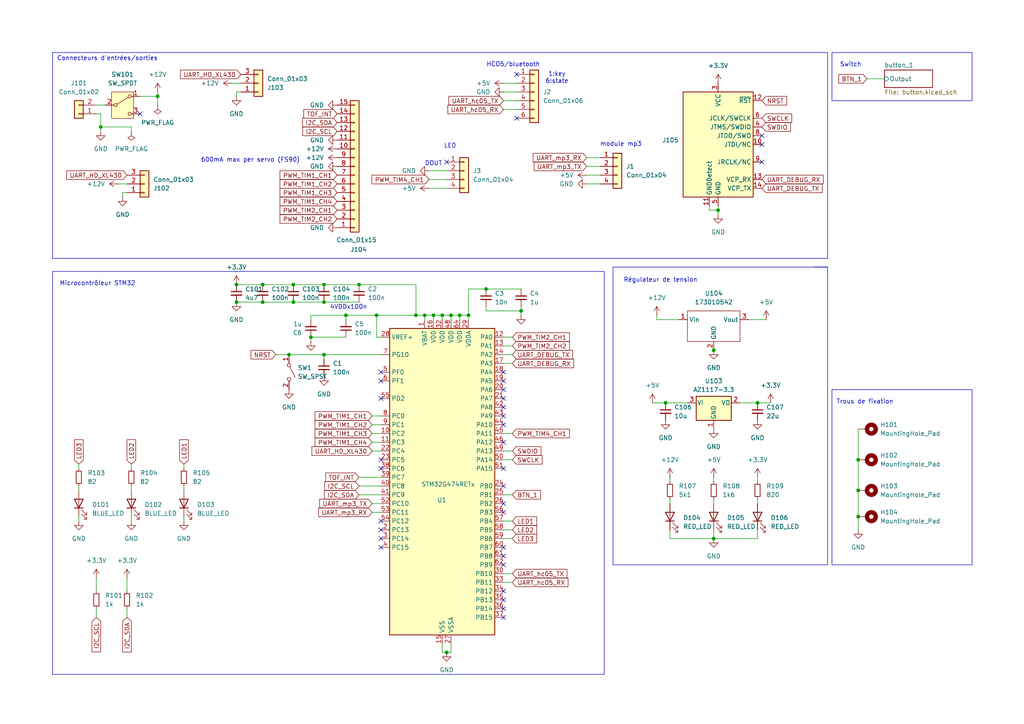
<source format=kicad_sch>
(kicad_sch (version 20231120) (generator "eeschema") (generator_version "8.0")
  (paper "A4")
  (title_block (title "Projet Corps") (date "2024-03-07") (rev "1.0") (company "ENSEA"))
  (junction (at 83.82 102.87))
  (junction (at 123.19 91.44))
  (junction (at 193.04 116.84))
  (junction (at 207.01 101.6))
  (junction (at 140.97 83.82))
  (junction (at 135.89 91.44))
  (junction (at 128.27 91.44))
  (junction (at 248.92 142.24))
  (junction (at 208.28 60.96))
  (junction (at 68.58 82.55))
  (junction (at 109.22 91.44))
  (junction (at 129.54 189.23))
  (junction (at 120.65 91.44))
  (junction (at 125.73 91.44))
  (junction (at 130.81 91.44))
  (junction (at 93.98 87.63))
  (junction (at 85.09 82.55))
  (junction (at 219.71 116.84))
  (junction (at 76.2 82.55))
  (junction (at 104.14 82.55))
  (junction (at 207.01 156.21))
  (junction (at 248.92 133.35))
  (junction (at 93.98 82.55))
  (junction (at 85.09 87.63))
  (junction (at 90.17 97.79))
  (junction (at 68.58 87.63))
  (junction (at 93.98 102.87))
  (junction (at 45.72 27.94))
  (junction (at 100.33 91.44))
  (junction (at 133.35 91.44))
  (junction (at 151.13 90.17))
  (junction (at 76.2 87.63))
  (junction (at 29.21 36.83))
  (junction (at 248.92 149.86))
  (no_connect (at 149.86 34.29))
  (no_connect (at 110.49 107.95))
  (no_connect (at 146.05 115.57))
  (no_connect (at 146.05 179.07))
  (no_connect (at 110.49 110.49))
  (no_connect (at 146.05 113.03))
  (no_connect (at 146.05 120.65))
  (no_connect (at 220.98 46.99))
  (no_connect (at 146.05 163.83))
  (no_connect (at 149.86 21.59))
  (no_connect (at 129.54 46.99))
  (no_connect (at 110.49 153.67))
  (no_connect (at 146.05 118.11))
  (no_connect (at 40.64 33.02))
  (no_connect (at 146.05 158.75))
  (no_connect (at 110.49 151.13))
  (no_connect (at 220.98 39.37))
  (no_connect (at 146.05 135.89))
  (no_connect (at 110.49 133.35))
  (no_connect (at 146.05 148.59))
  (no_connect (at 146.05 171.45))
  (no_connect (at 110.49 115.57))
  (no_connect (at 110.49 158.75))
  (no_connect (at 146.05 146.05))
  (no_connect (at 146.05 140.97))
  (no_connect (at 110.49 156.21))
  (no_connect (at 146.05 176.53))
  (no_connect (at 146.05 123.19))
  (no_connect (at 220.98 41.91))
  (no_connect (at 146.05 107.95))
  (no_connect (at 110.49 135.89))
  (no_connect (at 146.05 128.27))
  (no_connect (at 146.05 173.99))
  (no_connect (at 146.05 110.49))
  (no_connect (at 146.05 161.29))
  (wire (pts (xy 207.01 156.21) (xy 219.71 156.21)))
  (wire (pts (xy 130.81 189.23) (xy 129.54 189.23)))
  (wire (pts (xy 53.34 149.86) (xy 53.34 151.13)))
  (wire (pts (xy 34.29 53.34) (xy 36.83 53.34)))
  (wire (pts (xy 107.95 146.05) (xy 110.49 146.05)))
  (wire (pts (xy 219.71 116.84) (xy 223.52 116.84)))
  (wire (pts (xy 207.01 153.67) (xy 207.01 156.21)))
  (wire (pts (xy 93.98 102.87) (xy 93.98 104.14)))
  (wire (pts (xy 107.95 125.73) (xy 110.49 125.73)))
  (wire (pts (xy 67.31 24.13) (xy 69.85 24.13)))
  (wire (pts (xy 207.01 144.78) (xy 207.01 146.05)))
  (wire (pts (xy 146.05 105.41) (xy 148.59 105.41)))
  (polyline (pts (xy 15.24 74.93) (xy 240.03 74.93)))
  (wire (pts (xy 107.95 120.65) (xy 110.49 120.65)))
  (wire (pts (xy 128.27 91.44) (xy 130.81 91.44)))
  (wire (pts (xy 90.17 97.79) (xy 100.33 97.79)))
  (wire (pts (xy 128.27 91.44) (xy 128.27 92.71)))
  (wire (pts (xy 248.92 149.86) (xy 248.92 153.67)))
  (wire (pts (xy 53.34 134.62) (xy 53.34 135.89)))
  (polyline (pts (xy 240.03 15.24) (xy 15.24 15.24)))
  (wire (pts (xy 120.65 82.55) (xy 120.65 91.44)))
  (polyline (pts (xy 240.03 74.93) (xy 240.03 15.24)))
  (wire (pts (xy 146.05 24.13) (xy 149.86 24.13)))
  (wire (pts (xy 109.22 97.79) (xy 109.22 91.44)))
  (wire (pts (xy 76.2 87.63) (xy 85.09 87.63)))
  (polyline (pts (xy 240.03 163.83) (xy 240.03 77.47)))
  (wire (pts (xy 27.94 33.02) (xy 29.21 33.02)))
  (wire (pts (xy 22.86 140.97) (xy 22.86 142.24)))
  (polyline (pts (xy 177.8 163.83) (xy 240.03 163.83)))
  (wire (pts (xy 80.01 102.87) (xy 83.82 102.87)))
  (wire (pts (xy 170.18 53.34) (xy 173.99 53.34)))
  (wire (pts (xy 68.58 87.63) (xy 76.2 87.63)))
  (wire (pts (xy 146.05 102.87) (xy 148.59 102.87)))
  (wire (pts (xy 107.95 123.19) (xy 110.49 123.19)))
  (wire (pts (xy 93.98 102.87) (xy 110.49 102.87)))
  (wire (pts (xy 146.05 156.21) (xy 148.59 156.21)))
  (wire (pts (xy 251.46 22.86) (xy 256.54 22.86)))
  (wire (pts (xy 109.22 91.44) (xy 120.65 91.44)))
  (wire (pts (xy 109.22 91.44) (xy 100.33 91.44)))
  (wire (pts (xy 151.13 88.9) (xy 151.13 90.17)))
  (wire (pts (xy 133.35 92.71) (xy 133.35 91.44)))
  (wire (pts (xy 205.74 60.96) (xy 208.28 60.96)))
  (wire (pts (xy 248.92 124.46) (xy 248.92 133.35)))
  (wire (pts (xy 190.5 92.71) (xy 196.85 92.71)))
  (wire (pts (xy 219.71 153.67) (xy 219.71 156.21)))
  (wire (pts (xy 135.89 91.44) (xy 133.35 91.44)))
  (wire (pts (xy 107.95 148.59) (xy 110.49 148.59)))
  (wire (pts (xy 133.35 91.44) (xy 130.81 91.44)))
  (polyline (pts (xy 240.03 77.47) (xy 177.8 77.47)))
  (wire (pts (xy 83.82 102.87) (xy 93.98 102.87)))
  (wire (pts (xy 146.05 97.79) (xy 148.59 97.79)))
  (wire (pts (xy 123.19 92.71) (xy 123.19 91.44)))
  (wire (pts (xy 109.22 97.79) (xy 110.49 97.79)))
  (wire (pts (xy 146.05 153.67) (xy 148.59 153.67)))
  (wire (pts (xy 85.09 87.63) (xy 93.98 87.63)))
  (wire (pts (xy 104.14 138.43) (xy 110.49 138.43)))
  (wire (pts (xy 135.89 83.82) (xy 135.89 91.44)))
  (wire (pts (xy 170.18 48.26) (xy 173.99 48.26)))
  (wire (pts (xy 146.05 125.73) (xy 148.59 125.73)))
  (wire (pts (xy 146.05 133.35) (xy 148.59 133.35)))
  (wire (pts (xy 90.17 91.44) (xy 90.17 92.71)))
  (wire (pts (xy 104.14 143.51) (xy 110.49 143.51)))
  (wire (pts (xy 27.94 30.48) (xy 30.48 30.48)))
  (polyline (pts (xy 15.24 78.74) (xy 15.24 195.58)))
  (wire (pts (xy 93.98 82.55) (xy 104.14 82.55)))
  (wire (pts (xy 104.14 140.97) (xy 110.49 140.97)))
  (wire (pts (xy 128.27 91.44) (xy 125.73 91.44)))
  (wire (pts (xy 90.17 97.79) (xy 90.17 99.06)))
  (wire (pts (xy 151.13 90.17) (xy 151.13 91.44)))
  (wire (pts (xy 208.28 59.69) (xy 208.28 60.96)))
  (wire (pts (xy 40.64 27.94) (xy 45.72 27.94)))
  (wire (pts (xy 194.31 144.78) (xy 194.31 146.05)))
  (wire (pts (xy 194.31 156.21) (xy 194.31 153.67)))
  (wire (pts (xy 107.95 130.81) (xy 110.49 130.81)))
  (wire (pts (xy 207.01 138.43) (xy 207.01 139.7)))
  (wire (pts (xy 189.23 116.84) (xy 193.04 116.84)))
  (wire (pts (xy 135.89 92.71) (xy 135.89 91.44)))
  (wire (pts (xy 124.46 52.07) (xy 129.54 52.07)))
  (wire (pts (xy 146.05 29.21) (xy 149.86 29.21)))
  (wire (pts (xy 36.83 167.64) (xy 36.83 171.45)))
  (wire (pts (xy 68.58 26.67) (xy 68.58 27.94)))
  (polyline (pts (xy 15.24 195.58) (xy 175.26 195.58)))
  (wire (pts (xy 219.71 138.43) (xy 219.71 139.7)))
  (wire (pts (xy 36.83 55.88) (xy 35.56 55.88)))
  (wire (pts (xy 124.46 54.61) (xy 129.54 54.61)))
  (wire (pts (xy 170.18 45.72) (xy 173.99 45.72)))
  (wire (pts (xy 120.65 91.44) (xy 123.19 91.44)))
  (wire (pts (xy 146.05 166.37) (xy 148.59 166.37)))
  (wire (pts (xy 104.14 82.55) (xy 120.65 82.55)))
  (wire (pts (xy 68.58 82.55) (xy 76.2 82.55)))
  (polyline (pts (xy 175.26 195.58) (xy 175.26 78.74)))
  (wire (pts (xy 22.86 134.62) (xy 22.86 135.89)))
  (wire (pts (xy 140.97 90.17) (xy 140.97 88.9)))
  (wire (pts (xy 190.5 91.44) (xy 190.5 92.71)))
  (polyline (pts (xy 241.3 113.03) (xy 281.94 113.03)))
  (wire (pts (xy 219.71 144.78) (xy 219.71 146.05)))
  (wire (pts (xy 130.81 91.44) (xy 130.81 92.71)))
  (wire (pts (xy 146.05 143.51) (xy 148.59 143.51)))
  (wire (pts (xy 93.98 87.63) (xy 104.14 87.63)))
  (polyline (pts (xy 236.22 77.47) (xy 240.03 77.47)))
  (wire (pts (xy 124.46 49.53) (xy 129.54 49.53)))
  (polyline (pts (xy 241.3 113.03) (xy 241.3 163.83)))
  (wire (pts (xy 100.33 91.44) (xy 100.33 92.71)))
  (wire (pts (xy 248.92 142.24) (xy 248.92 149.86)))
  (wire (pts (xy 140.97 83.82) (xy 151.13 83.82)))
  (wire (pts (xy 207.01 156.21) (xy 194.31 156.21)))
  (wire (pts (xy 38.1 140.97) (xy 38.1 142.24)))
  (wire (pts (xy 123.19 91.44) (xy 125.73 91.44)))
  (wire (pts (xy 140.97 83.82) (xy 135.89 83.82)))
  (wire (pts (xy 146.05 26.67) (xy 149.86 26.67)))
  (wire (pts (xy 217.17 92.71) (xy 222.25 92.71)))
  (wire (pts (xy 35.56 55.88) (xy 35.56 57.15)))
  (wire (pts (xy 38.1 38.1) (xy 38.1 36.83)))
  (wire (pts (xy 100.33 91.44) (xy 90.17 91.44)))
  (wire (pts (xy 170.18 50.8) (xy 173.99 50.8)))
  (wire (pts (xy 128.27 186.69) (xy 128.27 189.23)))
  (wire (pts (xy 146.05 151.13) (xy 148.59 151.13)))
  (wire (pts (xy 146.05 31.75) (xy 149.86 31.75)))
  (wire (pts (xy 29.21 36.83) (xy 38.1 36.83)))
  (wire (pts (xy 205.74 59.69) (xy 205.74 60.96)))
  (wire (pts (xy 85.09 82.55) (xy 93.98 82.55)))
  (wire (pts (xy 146.05 130.81) (xy 148.59 130.81)))
  (wire (pts (xy 69.85 26.67) (xy 68.58 26.67)))
  (wire (pts (xy 248.92 133.35) (xy 248.92 142.24)))
  (wire (pts (xy 27.94 167.64) (xy 27.94 171.45)))
  (polyline (pts (xy 281.94 163.83) (xy 281.94 113.03)))
  (wire (pts (xy 45.72 26.67) (xy 45.72 27.94)))
  (wire (pts (xy 45.72 27.94) (xy 45.72 30.48)))
  (wire (pts (xy 27.94 176.53) (xy 27.94 179.07)))
  (polyline (pts (xy 177.8 77.47) (xy 177.8 163.83)))
  (wire (pts (xy 193.04 116.84) (xy 199.39 116.84)))
  (polyline (pts (xy 241.3 163.83) (xy 281.94 163.83)))
  (wire (pts (xy 151.13 90.17) (xy 140.97 90.17)))
  (wire (pts (xy 53.34 140.97) (xy 53.34 142.24)))
  (wire (pts (xy 38.1 149.86) (xy 38.1 151.13)))
  (polyline (pts (xy 15.24 15.24) (xy 15.24 74.93)))
  (wire (pts (xy 130.81 186.69) (xy 130.81 189.23)))
  (wire (pts (xy 207.01 101.6) (xy 207.01 102.87)))
  (wire (pts (xy 29.21 36.83) (xy 29.21 38.1)))
  (wire (pts (xy 76.2 82.55) (xy 85.09 82.55)))
  (wire (pts (xy 107.95 128.27) (xy 110.49 128.27)))
  (wire (pts (xy 194.31 138.43) (xy 194.31 139.7)))
  (wire (pts (xy 214.63 116.84) (xy 219.71 116.84)))
  (wire (pts (xy 38.1 134.62) (xy 38.1 135.89)))
  (wire (pts (xy 146.05 100.33) (xy 148.59 100.33)))
  (wire (pts (xy 36.83 176.53) (xy 36.83 179.07)))
  (wire (pts (xy 128.27 189.23) (xy 129.54 189.23)))
  (polyline (pts (xy 15.24 78.74) (xy 175.26 78.74)))
  (wire (pts (xy 125.73 91.44) (xy 125.73 92.71)))
  (wire (pts (xy 29.21 33.02) (xy 29.21 36.83)))
  (wire (pts (xy 208.28 60.96) (xy 208.28 62.23)))
  (wire (pts (xy 146.05 168.91) (xy 148.59 168.91)))
  (wire (pts (xy 22.86 149.86) (xy 22.86 151.13)))
  (rectangle (start 241.3 15.24) (end 281.94 29.21))
  (text "HCO5/bluetooth\n" (at 148.844 18.796 0) (effects (font (size 1.27 1.27))))
  (text "600mA max per servo (FS90)" (at 72.644 46.482 0) (effects (font (size 1.27 1.27))))
  (text "module mp3\n\n\n\n" (at 180.086 44.958 0) (effects (font (size 1.27 1.27))))
  (text "Microcontrôleur STM32" (at 17.272 83.058 0) (effects (font (size 1.27 1.27)) (justify left bottom)))
  (text "Switch\n" (at 243.586 19.558 0) (effects (font (size 1.27 1.27)) (justify left bottom)))
  (text "Connecteurs d'entrées/sorties" (at 16.51 17.78 0) (effects (font (size 1.27 1.27)) (justify left bottom)))
  (text "Trous de fixation" (at 242.57 117.348 0) (effects (font (size 1.27 1.27)) (justify left bottom)))
  (text "1:key\n6:state\n" (at 161.544 22.606 0) (effects (font (size 1.27 1.27))))
  (text "LED\n" (at 130.556 42.418 0) (effects (font (size 1.27 1.27))))
  (text "4VDDx100n" (at 101.092 89.154 0) (effects (font (size 1.27 1.27))))
  (text "Régulateur de tension\n" (at 180.848 82.042 0) (effects (font (size 1.27 1.27)) (justify left bottom)))
  (text "DOUT" (at 125.73 47.498 0) (effects (font (size 1.27 1.27))))
  (global_label "UART_HD_XL430" (shape input) (at 69.85 21.59 180) (property "Intersheetrefs" "${INTERSHEET_REFS}" (effects (hide yes))))
  (global_label "PWM_TIM1_CH2" (shape input) (at 97.79 53.34 180) (property "Intersheetrefs" "${INTERSHEET_REFS}" (effects (hide yes))))
  (global_label "I2C_SDA" (shape input) (at 104.14 143.51 180) (property "Intersheetrefs" "${INTERSHEET_REFS}" (effects (hide yes))))
  (global_label "NRST" (shape input) (at 220.98 29.21 0) (property "Intersheetrefs" "${INTERSHEET_REFS}" (effects (hide yes))))
  (global_label "LED1" (shape input) (at 53.34 134.62 90) (property "Intersheetrefs" "${INTERSHEET_REFS}" (effects (hide yes))))
  (global_label "SWCLK" (shape input) (at 148.59 133.35 0) (property "Intersheetrefs" "${INTERSHEET_REFS}" (effects (hide yes))))
  (global_label "UART_hc05_TX" (shape input) (at 146.05 29.21 180) (property "Intersheetrefs" "${INTERSHEET_REFS}" (effects (hide yes))))
  (global_label "UART_mp3_RX" (shape input) (at 107.95 148.59 180) (property "Intersheetrefs" "${INTERSHEET_REFS}" (effects (hide yes))))
  (global_label "I2C_SCL" (shape input) (at 104.14 140.97 180) (property "Intersheetrefs" "${INTERSHEET_REFS}" (effects (hide yes))))
  (global_label "UART_mp3_RX" (shape input) (at 170.18 45.72 180) (property "Intersheetrefs" "${INTERSHEET_REFS}" (effects (hide yes))))
  (global_label "TOF_INT" (shape input) (at 104.14 138.43 180) (property "Intersheetrefs" "${INTERSHEET_REFS}" (effects (hide yes))))
  (global_label "BTN_1" (shape input) (at 148.59 143.51 0) (property "Intersheetrefs" "${INTERSHEET_REFS}" (effects (hide yes))))
  (global_label "SWCLK" (shape input) (at 220.98 34.29 0) (property "Intersheetrefs" "${INTERSHEET_REFS}" (effects (hide yes))))
  (global_label "UART_hc05_TX" (shape input) (at 148.59 166.37 0) (property "Intersheetrefs" "${INTERSHEET_REFS}" (effects (hide yes))))
  (global_label "PWM_TIM1_CH3" (shape input) (at 107.95 125.73 180) (property "Intersheetrefs" "${INTERSHEET_REFS}" (effects (hide yes))))
  (global_label "PWM_TIM2_CH2" (shape input) (at 148.59 100.33 0) (property "Intersheetrefs" "${INTERSHEET_REFS}" (effects (hide yes))))
  (global_label "PWM_TIM1_CH2" (shape input) (at 107.95 123.19 180) (property "Intersheetrefs" "${INTERSHEET_REFS}" (effects (hide yes))))
  (global_label "TOF_INT" (shape input) (at 97.79 33.02 180) (property "Intersheetrefs" "${INTERSHEET_REFS}" (effects (hide yes))))
  (global_label "PWM_TIM1_CH4" (shape input) (at 107.95 128.27 180) (property "Intersheetrefs" "${INTERSHEET_REFS}" (effects (hide yes))))
  (global_label "BTN_1" (shape input) (at 251.46 22.86 180) (property "Intersheetrefs" "${INTERSHEET_REFS}" (effects (hide yes))))
  (global_label "LED3" (shape input) (at 22.86 134.62 90) (property "Intersheetrefs" "${INTERSHEET_REFS}" (effects (hide yes))))
  (global_label "NRST" (shape input) (at 80.01 102.87 180) (property "Intersheetrefs" "${INTERSHEET_REFS}" (effects (hide yes))))
  (global_label "PWM_TIM1_CH1" (shape input) (at 97.79 50.8 180) (property "Intersheetrefs" "${INTERSHEET_REFS}" (effects (hide yes))))
  (global_label "UART_HD_XL430" (shape input) (at 107.95 130.81 180) (property "Intersheetrefs" "${INTERSHEET_REFS}" (effects (hide yes))))
  (global_label "SWDIO" (shape input) (at 220.98 36.83 0) (property "Intersheetrefs" "${INTERSHEET_REFS}" (effects (hide yes))))
  (global_label "I2C_SDA" (shape input) (at 36.83 179.07 270) (property "Intersheetrefs" "${INTERSHEET_REFS}" (effects (hide yes))))
  (global_label "I2C_SDA" (shape input) (at 97.79 35.56 180) (property "Intersheetrefs" "${INTERSHEET_REFS}" (effects (hide yes))))
  (global_label "PWM_TIM1_CH1" (shape input) (at 107.95 120.65 180) (property "Intersheetrefs" "${INTERSHEET_REFS}" (effects (hide yes))))
  (global_label "UART_hc05_RX" (shape input) (at 148.59 168.91 0) (property "Intersheetrefs" "${INTERSHEET_REFS}" (effects (hide yes))))
  (global_label "LED2" (shape input) (at 148.59 153.67 0) (property "Intersheetrefs" "${INTERSHEET_REFS}" (effects (hide yes))))
  (global_label "UART_DEBUG_RX" (shape input) (at 220.98 52.07 0) (property "Intersheetrefs" "${INTERSHEET_REFS}" (effects (hide yes))))
  (global_label "LED1" (shape input) (at 148.59 151.13 0) (property "Intersheetrefs" "${INTERSHEET_REFS}" (effects (hide yes))))
  (global_label "LED2" (shape input) (at 38.1 134.62 90) (property "Intersheetrefs" "${INTERSHEET_REFS}" (effects (hide yes))))
  (global_label "UART_HD_XL430" (shape input) (at 36.83 50.8 180) (property "Intersheetrefs" "${INTERSHEET_REFS}" (effects (hide yes))))
  (global_label "I2C_SCL" (shape input) (at 97.79 38.1 180) (property "Intersheetrefs" "${INTERSHEET_REFS}" (effects (hide yes))))
  (global_label "PWM_TIM1_CH3" (shape input) (at 97.79 55.88 180) (property "Intersheetrefs" "${INTERSHEET_REFS}" (effects (hide yes))))
  (global_label "PWM_TIM2_CH1" (shape input) (at 97.79 60.96 180) (property "Intersheetrefs" "${INTERSHEET_REFS}" (effects (hide yes))))
  (global_label "PWM_TIM4_CH1" (shape input) (at 124.46 52.07 180) (property "Intersheetrefs" "${INTERSHEET_REFS}" (effects (hide yes))))
  (global_label "UART_mp3_TX" (shape input) (at 107.95 146.05 180) (property "Intersheetrefs" "${INTERSHEET_REFS}" (effects (hide yes))))
  (global_label "UART_DEBUG_TX" (shape input) (at 220.98 54.61 0) (property "Intersheetrefs" "${INTERSHEET_REFS}" (effects (hide yes))))
  (global_label "PWM_TIM1_CH4" (shape input) (at 97.79 58.42 180) (property "Intersheetrefs" "${INTERSHEET_REFS}" (effects (hide yes))))
  (global_label "SWDIO" (shape input) (at 148.59 130.81 0) (property "Intersheetrefs" "${INTERSHEET_REFS}" (effects (hide yes))))
  (global_label "UART_DEBUG_TX" (shape input) (at 148.59 102.87 0) (property "Intersheetrefs" "${INTERSHEET_REFS}" (effects (hide yes))))
  (global_label "PWM_TIM2_CH1" (shape input) (at 148.59 97.79 0) (property "Intersheetrefs" "${INTERSHEET_REFS}" (effects (hide yes))))
  (global_label "LED3" (shape input) (at 148.59 156.21 0) (property "Intersheetrefs" "${INTERSHEET_REFS}" (effects (hide yes))))
  (global_label "PWM_TIM4_CH1" (shape input) (at 148.59 125.73 0) (property "Intersheetrefs" "${INTERSHEET_REFS}" (effects (hide yes))))
  (global_label "UART_mp3_TX" (shape input) (at 170.18 48.26 180) (property "Intersheetrefs" "${INTERSHEET_REFS}" (effects (hide yes))))
  (global_label "UART_hc05_RX" (shape input) (at 146.05 31.75 180) (property "Intersheetrefs" "${INTERSHEET_REFS}" (effects (hide yes))))
  (global_label "I2C_SCL" (shape input) (at 27.94 179.07 270) (property "Intersheetrefs" "${INTERSHEET_REFS}" (effects (hide yes))))
  (global_label "PWM_TIM2_CH2" (shape input) (at 97.79 63.5 180) (property "Intersheetrefs" "${INTERSHEET_REFS}" (effects (hide yes))))
  (global_label "UART_DEBUG_RX" (shape input) (at 148.59 105.41 0) (property "Intersheetrefs" "${INTERSHEET_REFS}" (effects (hide yes))))
  (symbol (lib_id "Device:C_Small") (at 219.71 119.38 0) (unit 1)
    (property "Reference" "C107" (at 222.25 118.1163 0) (effects (justify left)))
    (property "Value" "22u" (at 222.25 120.6563 0) (effects (justify left)))
    (property "Footprint" "Capacitor_SMD:C_Elec_5x5.4" (effects (hide yes)))
  )
  (symbol (lib_id "power:+3.3V") (at 36.83 167.64 0) (unit 1)
    (property "Reference" "#PWR0105" (effects (hide yes)))
    (property "Value" "+3.3V" (at 36.83 162.56 0))
  )
  (symbol (lib_name "GND_1") (lib_id "power:GND") (at 97.79 40.64 270) (unit 1)
    (property "Reference" "#PWR0115" (effects (hide yes)))
    (property "Value" "GND" (at 93.98 40.6399 90) (effects (justify right)))
    (property "Description" "Power symbol creates a global label with name \"GND\" , ground" (effects (hide yes)))
  )
  (symbol (lib_id "Connector_Generic:Conn_01x15") (at 102.87 48.26 0) (mirror x) (unit 1)
    (property "Reference" "J104" (at 101.6 72.39 0) (effects (justify left)))
    (property "Value" "Conn_01x15" (at 97.536 69.596 0) (effects (justify left)))
    (property "Footprint" "libs:CONN15_31321_WRE" (effects (hide yes)))
    (property "Datasheet" "https://www.we-online.com/components/products/datasheet/618015231421.pdf" (effects (hide yes)))
    (property "Description" "Generic connector, single row, 01x15, script generated (kicad-library-utils/schlib/autogen/connector/)" (effects (hide yes)))
    (property "MPN" "618015231421" (effects (hide yes)))
  )
  (symbol (lib_id "Device:R_Small") (at 53.34 138.43 0) (unit 1)
    (property "Reference" "R105" (at 55.88 137.1599 0) (effects (justify left)))
    (property "Value" "82" (at 55.88 139.6999 0) (effects (justify left)))
    (property "Footprint" "Resistor_SMD:R_0402_1005Metric" (effects (hide yes)))
    (property "Description" "Resistor, small symbol" (effects (hide yes)))
  )
  (symbol (lib_id "Device:R_Small") (at 194.31 142.24 0) (unit 1)
    (property "Reference" "R107" (at 196.85 140.9699 0) (effects (justify left)))
    (property "Value" "5k1" (at 196.85 143.5099 0) (effects (justify left)))
    (property "Footprint" "Resistor_SMD:R_0402_1005Metric" (effects (hide yes)))
    (property "Description" "Resistor, small symbol" (effects (hide yes)))
  )
  (symbol (lib_id "Device:R_Small") (at 219.71 142.24 0) (unit 1)
    (property "Reference" "R109" (at 222.25 140.9699 0) (effects (justify left)))
    (property "Value" "820" (at 222.25 143.5099 0) (effects (justify left)))
    (property "Footprint" "Resistor_SMD:R_0402_1005Metric" (effects (hide yes)))
    (property "Description" "Resistor, small symbol" (effects (hide yes)))
  )
  (symbol (lib_id "Connector_Generic:Conn_01x03") (at 74.93 24.13 0) (mirror x) (unit 1)
    (property "Reference" "J103" (at 77.47 25.4001 0) (effects (justify left)))
    (property "Value" "Conn_01x03" (at 77.47 22.8601 0) (effects (justify left)))
    (property "Footprint" "Connector_JST:JST_EH_B3B-EH-A_1x03_P2.50mm_Vertical" (effects (hide yes)))
    (property "Description" "Generic connector, single row, 01x03, script generated (kicad-library-utils/schlib/autogen/connector/)" (effects (hide yes)))
  )
  (symbol (lib_name "GND_4") (lib_id "power:GND") (at 170.18 53.34 270) (unit 1)
    (property "Reference" "#PWR06" (effects (hide yes)))
    (property "Value" "GND" (at 166.37 53.3399 90) (effects (justify right)))
    (property "Description" "Power symbol creates a global label with name \"GND\" , ground" (effects (hide yes)))
  )
  (symbol (lib_id "power:+12V") (at 97.79 43.18 90) (unit 1)
    (property "Reference" "#PWR0116" (effects (hide yes)))
    (property "Value" "+12V" (at 93.98 43.1799 90) (effects (justify left)))
    (property "Description" "Power symbol creates a global label with name \"+12V\"" (effects (hide yes)))
  )
  (symbol (lib_id "power:GND") (at 208.28 62.23 0) (unit 1)
    (property "Reference" "#PWR0125" (effects (hide yes)))
    (property "Value" "GND" (at 208.28 67.31 0))
  )
  (symbol (lib_id "Mechanical:MountingHole_Pad") (at 251.46 124.46 270) (unit 1)
    (property "Reference" "H101" (at 255.27 123.19 90) (effects (justify left)))
    (property "Value" "MountingHole_Pad" (at 255.27 125.73 90) (effects (justify left)))
    (property "Footprint" "MountingHole:MountingHole_3.2mm_M3_Pad_Via" (effects (hide yes)))
  )
  (symbol (lib_id "Connector_Generic:Conn_01x06") (at 154.94 26.67 0) (unit 1)
    (property "Reference" "J2" (at 157.48 26.6699 0) (effects (justify left)))
    (property "Value" "Conn_01x06" (at 157.48 29.2099 0) (effects (justify left)))
    (property "Footprint" "Connector_JST:JST_EH_B6B-EH-A_1x06_P2.50mm_Vertical" (effects (hide yes)))
    (property "Description" "Generic connector, single row, 01x06, script generated (kicad-library-utils/schlib/autogen/connector/)" (effects (hide yes)))
  )
  (symbol (lib_id "power:GND") (at 207.01 156.21 0) (unit 1)
    (property "Reference" "#PWR0133" (effects (hide yes)))
    (property "Value" "GND" (at 207.01 161.29 0))
  )
  (symbol (lib_name "GND_5") (lib_id "power:GND") (at 151.13 91.44 0) (unit 1)
    (property "Reference" "#PWR09" (effects (hide yes)))
    (property "Value" "GND" (effects (hide yes)))
    (property "Description" "Power symbol creates a global label with name \"GND\" , ground" (effects (hide yes)))
  )
  (symbol (lib_id "power:+12V") (at 97.79 45.72 90) (unit 1)
    (property "Reference" "#PWR0117" (effects (hide yes)))
    (property "Value" "+12V" (at 93.98 45.7199 90) (effects (justify left)))
    (property "Description" "Power symbol creates a global label with name \"+12V\"" (effects (hide yes)))
  )
  (symbol (lib_id "power:GND") (at 83.82 113.03 0) (unit 1)
    (property "Reference" "#PWR07" (effects (hide yes)))
    (property "Value" "GND" (at 83.82 118.11 0))
  )
  (symbol (lib_id "Connector_Generic:Conn_01x03") (at 41.91 53.34 0) (mirror x) (unit 1)
    (property "Reference" "J102" (at 44.45 54.6101 0) (effects (justify left)))
    (property "Value" "Conn_01x03" (at 44.45 52.0701 0) (effects (justify left)))
    (property "Footprint" "Connector_JST:JST_EH_B3B-EH-A_1x03_P2.50mm_Vertical" (effects (hide yes)))
    (property "Description" "Generic connector, single row, 01x03, script generated (kicad-library-utils/schlib/autogen/connector/)" (effects (hide yes)))
  )
  (symbol (lib_id "Switch:SW_SPDT") (at 35.56 30.48 0) (unit 1)
    (property "Reference" "SW101" (at 35.56 21.59 0))
    (property "Value" "SW_SPDT" (at 35.56 24.13 0))
    (property "Footprint" "mylib:472123010111" (effects (hide yes)))
    (property "Datasheet" "https://www.we-online.com/components/products/datasheet/472123010111.pdf" (effects (hide yes)))
    (property "Description" "Switch, single pole double throw" (effects (hide yes)))
    (property "MPN" "472123010111" (effects (hide yes)))
  )
  (symbol (lib_name "+5V_1") (lib_id "power:+5V") (at 146.05 24.13 90) (unit 1)
    (property "Reference" "#PWR01" (effects (hide yes)))
    (property "Value" "+5V" (at 142.24 24.1299 90) (effects (justify left)))
    (property "Description" "Power symbol creates a global label with name \"+5V\"" (effects (hide yes)))
  )
  (symbol (lib_id "Device:C_Small") (at 104.14 85.09 0) (unit 1)
    (property "Reference" "C2" (at 106.68 83.8262 0) (effects (justify left)))
    (property "Value" "100n" (at 106.68 86.3662 0) (effects (justify left)))
    (property "Footprint" "Capacitor_SMD:C_0402_1005Metric" (effects (hide yes)))
  )
  (symbol (lib_name "GND_1") (lib_id "power:GND") (at 35.56 57.15 0) (unit 1)
    (property "Reference" "#PWR0111" (effects (hide yes)))
    (property "Value" "GND" (at 35.56 62.23 0))
    (property "Description" "Power symbol creates a global label with name \"GND\" , ground" (effects (hide yes)))
  )
  (symbol (lib_id "Device:C_Small") (at 140.97 86.36 0) (unit 1)
    (property "Reference" "C3" (at 143.51 85.0962 0) (effects (justify left)))
    (property "Value" "10n" (at 143.51 87.6362 0) (effects (justify left)))
    (property "Footprint" "Capacitor_SMD:C_0402_1005Metric" (effects (hide yes)))
  )
  (symbol (lib_id "Device:R_Small") (at 36.83 173.99 0) (unit 1)
    (property "Reference" "R102" (at 39.37 172.7199 0) (effects (justify left)))
    (property "Value" "1k" (at 39.37 175.2599 0) (effects (justify left)))
    (property "Footprint" "Resistor_SMD:R_0402_1005Metric" (effects (hide yes)))
    (property "Description" "Resistor, small symbol" (effects (hide yes)))
  )
  (symbol (lib_id "power:+3.3V") (at 208.28 24.13 0) (unit 1)
    (property "Reference" "#PWR0124" (effects (hide yes)))
    (property "Value" "+3.3V" (at 208.28 19.05 0))
  )
  (symbol (lib_id "Device:R_Small") (at 38.1 138.43 0) (unit 1)
    (property "Reference" "R104" (at 40.64 137.1599 0) (effects (justify left)))
    (property "Value" "82" (at 40.64 139.6999 0) (effects (justify left)))
    (property "Footprint" "Resistor_SMD:R_0402_1005Metric" (effects (hide yes)))
    (property "Description" "Resistor, small symbol" (effects (hide yes)))
  )
  (symbol (lib_id "power:+5V") (at 189.23 116.84 0) (unit 1)
    (property "Reference" "#PWR0128" (effects (hide yes)))
    (property "Value" "+5V" (at 189.23 111.76 0))
  )
  (symbol (lib_id "Device:R_Small") (at 22.86 138.43 0) (unit 1)
    (property "Reference" "R103" (at 25.4 137.1599 0) (effects (justify left)))
    (property "Value" "82" (at 25.4 139.6999 0) (effects (justify left)))
    (property "Footprint" "Resistor_SMD:R_0402_1005Metric" (effects (hide yes)))
    (property "Description" "Resistor, small symbol" (effects (hide yes)))
  )
  (symbol (lib_id "power:GND") (at 193.04 121.92 0) (unit 1)
    (property "Reference" "#PWR0130" (effects (hide yes)))
    (property "Value" "GND" (at 193.04 127 0))
  )
  (symbol (lib_id "power:GND") (at 129.54 189.23 0) (unit 1)
    (property "Reference" "#PWR0127" (effects (hide yes)))
    (property "Value" "GND" (at 129.54 194.31 0))
  )
  (symbol (lib_id "Device:C_Small") (at 76.2 85.09 0) (unit 1)
    (property "Reference" "C102" (at 78.74 83.8263 0) (effects (justify left)))
    (property "Value" "100n" (at 78.74 86.3663 0) (effects (justify left)))
    (property "Footprint" "Capacitor_SMD:C_0402_1005Metric" (effects (hide yes)))
  )
  (symbol (lib_id "Device:C_Small") (at 93.98 106.68 0) (unit 1)
    (property "Reference" "C1" (at 96.52 105.4163 0) (effects (justify left)))
    (property "Value" "100n" (at 96.52 107.9563 0) (effects (justify left)))
    (property "Footprint" "Capacitor_SMD:C_0402_1005Metric" (effects (hide yes)))
  )
  (symbol (lib_name "GND_1") (lib_id "power:GND") (at 68.58 27.94 0) (unit 1)
    (property "Reference" "#PWR0112" (effects (hide yes)))
    (property "Value" "GND" (at 68.58 33.02 0))
    (property "Description" "Power symbol creates a global label with name \"GND\" , ground" (effects (hide yes)))
  )
  (symbol (lib_id "power:GND") (at 22.86 151.13 0) (unit 1)
    (property "Reference" "#PWR0107" (effects (hide yes)))
    (property "Value" "GND" (at 22.86 156.21 0))
  )
  (symbol (lib_id "Device:C_Small") (at 151.13 86.36 0) (unit 1)
    (property "Reference" "C4" (at 153.67 85.0962 0) (effects (justify left)))
    (property "Value" "1u" (at 153.67 87.6362 0) (effects (justify left)))
    (property "Footprint" "Capacitor_SMD:C_0402_1005Metric" (effects (hide yes)))
  )
  (symbol (lib_id "Connector_Generic:Conn_01x04") (at 134.62 49.53 0) (unit 1)
    (property "Reference" "J3" (at 137.16 49.5299 0) (effects (justify left)))
    (property "Value" "Conn_01x04" (at 137.16 52.0699 0) (effects (justify left)))
    (property "Footprint" "Connector_JST:JST_EH_B4B-EH-A_1x04_P2.50mm_Vertical" (effects (hide yes)))
    (property "Description" "Generic connector, single row, 01x04, script generated (kicad-library-utils/schlib/autogen/connector/)" (effects (hide yes)))
  )
  (symbol (lib_id "Device:LED") (at 22.86 146.05 90) (unit 1)
    (property "Reference" "D101" (at 26.67 146.3674 90) (effects (justify right)))
    (property "Value" "BLUE_LED" (at 26.67 148.9074 90) (effects (justify right)))
    (property "Footprint" "LED_SMD:LED_0603_1608Metric" (effects (hide yes)))
    (property "Datasheet" "https://www.we-online.com/components/products/datasheet/150060RS55040.pdf" (effects (hide yes)))
    (property "Description" "Light emitting diode" (effects (hide yes)))
    (property "MPN" "150060BS55040" (effects (hide yes)))
  )
  (symbol (lib_id "Switch:SW_SPST") (at 83.82 107.95 270) (unit 1)
    (property "Reference" "SW1" (at 86.36 106.6799 90) (effects (justify left)))
    (property "Value" "SW_SPST" (at 86.36 109.2199 90) (effects (justify left)))
    (property "Footprint" "Button_Switch_SMD:SW_Push_1P1T_NO_6x6mm_H9.5mm" (effects (hide yes)))
    (property "Description" "Single Pole Single Throw (SPST) switch" (effects (hide yes)))
  )
  (symbol (lib_id "power:+3.3V") (at 223.52 116.84 0) (unit 1)
    (property "Reference" "#PWR0139" (effects (hide yes)))
    (property "Value" "+3.3V" (at 223.52 111.76 0))
  )
  (symbol (lib_id "power:+3.3V") (at 68.58 82.55 0) (unit 1)
    (property "Reference" "#PWR0103" (effects (hide yes)))
    (property "Value" "+3.3V" (at 68.58 77.47 0))
  )
  (symbol (lib_id "power:GND") (at 53.34 151.13 0) (unit 1)
    (property "Reference" "#PWR0120" (effects (hide yes)))
    (property "Value" "GND" (at 53.34 156.21 0))
  )
  (symbol (lib_id "Device:LED") (at 38.1 146.05 90) (unit 1)
    (property "Reference" "D102" (at 41.91 146.3674 90) (effects (justify right)))
    (property "Value" "BLUE_LED" (at 41.91 148.9074 90) (effects (justify right)))
    (property "Footprint" "LED_SMD:LED_0603_1608Metric" (effects (hide yes)))
    (property "Datasheet" "https://www.we-online.com/components/products/datasheet/150060RS55040.pdf" (effects (hide yes)))
    (property "Description" "Light emitting diode" (effects (hide yes)))
    (property "MPN" "150060BS55040" (effects (hide yes)))
  )
  (symbol (lib_id "power:GND") (at 248.92 153.67 0) (unit 1)
    (property "Reference" "#PWR0140" (effects (hide yes)))
    (property "Value" "GND" (at 248.92 158.75 0))
  )
  (symbol (lib_name "GND_1") (lib_id "power:GND") (at 97.79 48.26 270) (unit 1)
    (property "Reference" "#PWR0118" (effects (hide yes)))
    (property "Value" "GND" (at 93.98 48.2599 90) (effects (justify right)))
    (property "Description" "Power symbol creates a global label with name \"GND\" , ground" (effects (hide yes)))
  )
  (symbol (lib_id "Mechanical:MountingHole_Pad") (at 251.46 133.35 270) (unit 1)
    (property "Reference" "H102" (at 255.27 132.08 90) (effects (justify left)))
    (property "Value" "MountingHole_Pad" (at 255.27 134.62 90) (effects (justify left)))
    (property "Footprint" "MountingHole:MountingHole_3.2mm_M3_Pad_Via" (effects (hide yes)))
  )
  (symbol (lib_name "GND_2") (lib_id "power:GND") (at 146.05 26.67 270) (unit 1)
    (property "Reference" "#PWR02" (effects (hide yes)))
    (property "Value" "GND" (at 142.24 26.6699 90) (effects (justify right)))
    (property "Description" "Power symbol creates a global label with name \"GND\" , ground" (effects (hide yes)))
  )
  (symbol (lib_id "Mechanical:MountingHole_Pad") (at 251.46 149.86 270) (unit 1)
    (property "Reference" "H104" (at 255.27 148.59 90) (effects (justify left)))
    (property "Value" "MountingHole_Pad" (at 255.27 151.13 90) (effects (justify left)))
    (property "Footprint" "MountingHole:MountingHole_3.2mm_M3_Pad_Via" (effects (hide yes)))
  )
  (symbol (lib_id "power:GND") (at 219.71 121.92 0) (unit 1)
    (property "Reference" "#PWR0137" (effects (hide yes)))
    (property "Value" "GND" (at 219.71 127 0))
  )
  (symbol (lib_id "Connector:Conn_ST_STDC14") (at 208.28 41.91 0) (unit 1)
    (property "Reference" "J105" (at 196.85 40.6399 0) (effects (justify right)))
    (property "Value" "Conn_ST_STDC14" (effects (hide yes)))
    (property "Footprint" "Connector_PinHeader_1.27mm:PinHeader_2x07_P1.27mm_Vertical_SMD" (effects (hide yes)))
    (property "Datasheet" "https://www.st.com/content/ccc/resource/technical/document/user_manual/group1/99/49/91/b6/b2/3a/46/e5/DM00526767/files/DM00526767.pdf/jcr:content/translations/en.DM00526767.pdf" (effects (hide yes)))
    (property "Description" "ST Debug Connector, standard ARM Cortex-M SWD and JTAG interface plus UART" (effects (hide yes)))
  )
  (symbol (lib_id "Device:LED") (at 219.71 149.86 90) (unit 1)
    (property "Reference" "D106" (at 223.52 150.1774 90) (effects (justify right)))
    (property "Value" "RED_LED" (at 223.52 152.7174 90) (effects (justify right)))
    (property "Footprint" "LED_SMD:LED_0603_1608Metric" (effects (hide yes)))
    (property "Datasheet" "https://www.we-online.com/components/products/datasheet/150060RS55040.pdf" (effects (hide yes)))
    (property "Description" "Light emitting diode" (effects (hide yes)))
    (property "MPN" "150060RS55040" (effects (hide yes)))
  )
  (symbol (lib_id "Device:LED") (at 194.31 149.86 90) (unit 1)
    (property "Reference" "D104" (at 198.12 150.1774 90) (effects (justify right)))
    (property "Value" "RED_LED" (at 198.12 152.7174 90) (effects (justify right)))
    (property "Footprint" "LED_SMD:LED_0603_1608Metric" (effects (hide yes)))
    (property "Datasheet" "https://www.we-online.com/components/products/datasheet/150060RS55040.pdf" (effects (hide yes)))
    (property "Description" "Light emitting diode" (effects (hide yes)))
    (property "MPN" "150060RS55040" (effects (hide yes)))
  )
  (symbol (lib_id "Device:C_Small") (at 193.04 119.38 0) (unit 1)
    (property "Reference" "C106" (at 195.58 118.1163 0) (effects (justify left)))
    (property "Value" "10u" (at 195.58 120.6563 0) (effects (justify left)))
    (property "Footprint" "Capacitor_SMD:C_0402_1005Metric" (effects (hide yes)))
  )
  (symbol (lib_id "power:GND") (at 207.01 124.46 0) (unit 1)
    (property "Reference" "#PWR0135" (effects (hide yes)))
    (property "Value" "GND" (at 207.01 129.54 0))
  )
  (symbol (lib_id "MCU_ST_STM32G4:STM32G474RETx") (at 128.27 140.97 0) (unit 1)
    (property "Reference" "U1" (at 126.746 145.034 0) (effects (justify left)))
    (property "Value" "STM32G474RETx" (at 122.174 140.462 0) (effects (justify left)))
    (property "Footprint" "Package_QFP:LQFP-64_10x10mm_P0.5mm" (effects (hide yes)))
    (property "Datasheet" "https://www.st.com/resource/en/datasheet/stm32g474re.pdf" (effects (hide yes)))
    (property "Description" "STMicroelectronics Arm Cortex-M4 MCU, 512KB flash, 128KB RAM, 170 MHz, 1.71-3.6V, 52 GPIO, LQFP64" (effects (hide yes)))
  )
  (symbol (lib_name "GND_1") (lib_id "power:GND") (at 97.79 30.48 270) (unit 1)
    (property "Reference" "#PWR0113" (effects (hide yes)))
    (property "Value" "GND" (at 93.98 30.4799 90) (effects (justify right)))
    (property "Description" "Power symbol creates a global label with name \"GND\" , ground" (effects (hide yes)))
  )
  (symbol (lib_name "GND_5") (lib_id "power:GND") (at 90.17 99.06 0) (unit 1)
    (property "Reference" "#PWR010" (effects (hide yes)))
    (property "Value" "GND" (effects (hide yes)))
    (property "Description" "Power symbol creates a global label with name \"GND\" , ground" (effects (hide yes)))
  )
  (symbol (lib_id "Connector_Generic:Conn_01x04") (at 179.07 48.26 0) (unit 1)
    (property "Reference" "J1" (at 181.61 48.2599 0) (effects (justify left)))
    (property "Value" "Conn_01x04" (at 181.61 50.7999 0) (effects (justify left)))
    (property "Footprint" "Connector_JST:JST_EH_B4B-EH-A_1x04_P2.50mm_Vertical" (effects (hide yes)))
    (property "Description" "Generic connector, single row, 01x04, script generated (kicad-library-utils/schlib/autogen/connector/)" (effects (hide yes)))
  )
  (symbol (lib_id "power:+3.3V") (at 219.71 138.43 0) (unit 1)
    (property "Reference" "#PWR0136" (effects (hide yes)))
    (property "Value" "+3.3V" (at 219.71 133.35 0))
  )
  (symbol (lib_id "power:GND") (at 207.01 101.6 0) (unit 1)
    (property "Reference" "#PWR0134" (effects (hide yes)))
    (property "Value" "GND" (at 207.01 106.68 0))
  )
  (symbol (lib_name "GND_3") (lib_id "power:GND") (at 124.46 49.53 270) (unit 1)
    (property "Reference" "#PWR03" (effects (hide yes)))
    (property "Value" "GND" (at 120.65 49.5299 90) (effects (justify right)))
    (property "Description" "Power symbol creates a global label with name \"GND\" , ground" (effects (hide yes)))
  )
  (symbol (lib_id "power:GND") (at 93.98 109.22 0) (unit 1)
    (property "Reference" "#PWR08" (effects (hide yes)))
    (property "Value" "GND" (at 93.98 114.3 0))
  )
  (symbol (lib_name "+5V_2") (lib_id "power:+5V") (at 124.46 54.61 90) (unit 1)
    (property "Reference" "#PWR04" (effects (hide yes)))
    (property "Value" "+5V" (at 120.65 54.6099 90) (effects (justify left)))
    (property "Description" "Power symbol creates a global label with name \"+5V\"" (effects (hide yes)))
  )
  (symbol (lib_id "Regulator_Linear:AZ1117-3.3") (at 207.01 116.84 0) (unit 1)
    (property "Reference" "U103" (at 207.01 110.49 0))
    (property "Value" "AZ1117-3.3" (at 207.01 113.03 0))
    (property "Footprint" "Package_TO_SOT_SMD:SOT-223-3_TabPin2" (effects (hide yes)))
    (property "Datasheet" "https://www.diodes.com/assets/Datasheets/AZ1117.pdf" (effects (hide yes)))
    (property "MPN" "AZ1117CH2-3.3TRG1" (effects (hide yes)))
  )
  (symbol (lib_id "Device:LED") (at 207.01 149.86 90) (unit 1)
    (property "Reference" "D105" (at 210.82 150.1774 90) (effects (justify right)))
    (property "Value" "RED_LED" (at 210.82 152.7174 90) (effects (justify right)))
    (property "Footprint" "LED_SMD:LED_0603_1608Metric" (effects (hide yes)))
    (property "Datasheet" "https://www.we-online.com/components/products/datasheet/150060RS55040.pdf" (effects (hide yes)))
    (property "Description" "Light emitting diode" (effects (hide yes)))
    (property "MPN" "150060RS55040" (effects (hide yes)))
  )
  (symbol (lib_id "power:PWR_FLAG") (at 38.1 38.1 180) (unit 1)
    (property "Reference" "#FLG0101" (effects (hide yes)))
    (property "Value" "PWR_FLAG" (at 38.1 43.18 0))
    (property "Description" "Special symbol for telling ERC where power comes from" (effects (hide yes)))
  )
  (symbol (lib_name "173010542_1") (lib_id "mylib:173010542") (at 207.01 93.98 0) (unit 1)
    (property "Reference" "U104" (at 207.01 85.09 0))
    (property "Value" "173010542" (at 207.01 87.63 0))
    (property "Footprint" "Library:173010542" (effects (hide yes)))
  )
  (symbol (lib_id "power:GND") (at 29.21 38.1 0) (unit 1)
    (property "Reference" "#PWR0102" (effects (hide yes)))
    (property "Value" "GND" (at 29.21 43.18 0))
  )
  (symbol (lib_id "power:+5V") (at 207.01 138.43 0) (unit 1)
    (property "Reference" "#PWR0132" (effects (hide yes)))
    (property "Value" "+5V" (at 207.01 133.35 0))
  )
  (symbol (lib_id "power:+12V") (at 34.29 53.34 90) (unit 1)
    (property "Reference" "#PWR0109" (effects (hide yes)))
    (property "Value" "+12V" (at 30.48 53.3399 90) (effects (justify left)))
    (property "Description" "Power symbol creates a global label with name \"+12V\"" (effects (hide yes)))
  )
  (symbol (lib_id "power:+12V") (at 67.31 24.13 90) (unit 1)
    (property "Reference" "#PWR0110" (effects (hide yes)))
    (property "Value" "+12V" (at 63.5 24.1299 90) (effects (justify left)))
    (property "Description" "Power symbol creates a global label with name \"+12V\"" (effects (hide yes)))
  )
  (symbol (lib_id "Device:C_Small") (at 90.17 95.25 180) (unit 1)
    (property "Reference" "C6" (at 87.63 96.5138 0) (effects (justify left)))
    (property "Value" "1u" (at 87.63 93.9738 0) (effects (justify left)))
    (property "Footprint" "Capacitor_SMD:C_0402_1005Metric" (effects (hide yes)))
  )
  (symbol (lib_id "Device:C_Small") (at 85.09 85.09 0) (unit 1)
    (property "Reference" "C103" (at 87.63 83.8263 0) (effects (justify left)))
    (property "Value" "100n" (at 87.63 86.3663 0) (effects (justify left)))
    (property "Footprint" "Capacitor_SMD:C_0402_1005Metric" (effects (hide yes)))
  )
  (symbol (lib_id "Device:R_Small") (at 207.01 142.24 0) (unit 1)
    (property "Reference" "R108" (at 209.55 140.9699 0) (effects (justify left)))
    (property "Value" "1k6" (at 209.55 143.5099 0) (effects (justify left)))
    (property "Footprint" "Resistor_SMD:R_0402_1005Metric" (effects (hide yes)))
    (property "Description" "Resistor, small symbol" (effects (hide yes)))
  )
  (symbol (lib_id "Device:LED") (at 53.34 146.05 90) (unit 1)
    (property "Reference" "D103" (at 57.15 146.3674 90) (effects (justify right)))
    (property "Value" "BLUE_LED" (at 57.15 148.9074 90) (effects (justify right)))
    (property "Footprint" "LED_SMD:LED_0603_1608Metric" (effects (hide yes)))
    (property "Datasheet" "https://www.we-online.com/components/products/datasheet/150060RS55040.pdf" (effects (hide yes)))
    (property "Description" "Light emitting diode" (effects (hide yes)))
    (property "MPN" "150060BS55040" (effects (hide yes)))
  )
  (symbol (lib_id "Device:C_Small") (at 68.58 85.09 0) (unit 1)
    (property "Reference" "C101" (at 71.12 83.8263 0) (effects (justify left)))
    (property "Value" "4u7" (at 71.12 86.3663 0) (effects (justify left)))
    (property "Footprint" "Capacitor_SMD:C_0402_1005Metric" (effects (hide yes)))
  )
  (symbol (lib_id "power:GND") (at 68.58 87.63 0) (unit 1)
    (property "Reference" "#PWR0104" (effects (hide yes)))
    (property "Value" "GND" (at 68.58 92.71 0))
  )
  (symbol (lib_id "power:+5V") (at 222.25 92.71 0) (unit 1)
    (property "Reference" "#PWR0138" (effects (hide yes)))
    (property "Value" "+5V" (at 222.25 87.63 0))
  )
  (symbol (lib_name "+5V_3") (lib_id "power:+5V") (at 170.18 50.8 90) (unit 1)
    (property "Reference" "#PWR05" (effects (hide yes)))
    (property "Value" "+5V" (at 166.37 50.7999 90) (effects (justify left)))
    (property "Description" "Power symbol creates a global label with name \"+5V\"" (effects (hide yes)))
  )
  (symbol (lib_id "Device:R_Small") (at 27.94 173.99 0) (unit 1)
    (property "Reference" "R101" (at 30.48 172.7199 0) (effects (justify left)))
    (property "Value" "1k" (at 30.48 175.2599 0) (effects (justify left)))
    (property "Footprint" "Resistor_SMD:R_0402_1005Metric" (effects (hide yes)))
    (property "Description" "Resistor, small symbol" (effects (hide yes)))
  )
  (symbol (lib_id "power:+12V") (at 194.31 138.43 0) (unit 1)
    (property "Reference" "#PWR0131" (effects (hide yes)))
    (property "Value" "+12V" (at 194.31 133.35 0))
    (property "Description" "Power symbol creates a global label with name \"+12V\"" (effects (hide yes)))
  )
  (symbol (lib_name "GND_1") (lib_id "power:GND") (at 97.79 66.04 270) (unit 1)
    (property "Reference" "#PWR0119" (effects (hide yes)))
    (property "Value" "GND" (at 93.98 66.0399 90) (effects (justify right)))
    (property "Description" "Power symbol creates a global label with name \"GND\" , ground" (effects (hide yes)))
  )
  (symbol (lib_id "Device:C_Small") (at 93.98 85.09 0) (unit 1)
    (property "Reference" "C104" (at 96.52 83.8262 0) (effects (justify left)))
    (property "Value" "100n" (at 96.52 86.3662 0) (effects (justify left)))
    (property "Footprint" "Capacitor_SMD:C_0402_1005Metric" (effects (hide yes)))
  )
  (symbol (lib_id "Device:C_Small") (at 100.33 95.25 180) (unit 1)
    (property "Reference" "C5" (at 102.87 93.9735 0) (effects (justify right)))
    (property "Value" "100n" (at 102.87 96.5135 0) (effects (justify right)))
    (property "Footprint" "Capacitor_SMD:C_0402_1005Metric" (effects (hide yes)))
  )
  (symbol (lib_id "power:GND") (at 38.1 151.13 0) (unit 1)
    (property "Reference" "#PWR0108" (effects (hide yes)))
    (property "Value" "GND" (at 38.1 156.21 0))
  )
  (symbol (lib_id "Connector_Generic:Conn_01x02") (at 22.86 33.02 180) (unit 1)
    (property "Reference" "J101" (at 22.86 24.13 0))
    (property "Value" "Conn_01x02" (at 22.86 26.67 0))
    (property "Footprint" "Connector_AMASS:AMASS_XT60-M_1x02_P7.20mm_Vertical" (effects (hide yes)))
    (property "Description" "Generic connector, single row, 01x02, script generated (kicad-library-utils/schlib/autogen/connector/)" (effects (hide yes)))
  )
  (symbol (lib_id "power:+12V") (at 45.72 26.67 0) (unit 1)
    (property "Reference" "#PWR0106" (effects (hide yes)))
    (property "Value" "+12V" (at 45.72 21.59 0))
    (property "Description" "Power symbol creates a global label with name \"+12V\"" (effects (hide yes)))
  )
  (symbol (lib_id "power:+12V") (at 190.5 91.44 0) (unit 1)
    (property "Reference" "#PWR0129" (effects (hide yes)))
    (property "Value" "+12V" (at 190.5 86.36 0))
    (property "Description" "Power symbol creates a global label with name \"+12V\"" (effects (hide yes)))
  )
  (symbol (lib_id "power:PWR_FLAG") (at 45.72 30.48 180) (unit 1)
    (property "Reference" "#FLG0102" (effects (hide yes)))
    (property "Value" "PWR_FLAG" (at 45.72 35.56 0))
    (property "Description" "Special symbol for telling ERC where power comes from" (effects (hide yes)))
  )
  (symbol (lib_id "power:+3.3V") (at 27.94 167.64 0) (unit 1)
    (property "Reference" "#PWR0101" (effects (hide yes)))
    (property "Value" "+3.3V" (at 27.94 162.56 0))
  )
  (symbol (lib_id "Mechanical:MountingHole_Pad") (at 251.46 142.24 270) (unit 1)
    (property "Reference" "H103" (at 255.27 140.97 90) (effects (justify left)))
    (property "Value" "MountingHole_Pad" (at 255.27 143.51 90) (effects (justify left)))
    (property "Footprint" "MountingHole:MountingHole_3.2mm_M3_Pad_Via" (effects (hide yes)))
  )
  (sheet (at 256.54 20.32) (size 13.97 5.08) (stroke (width 0.1524))
    (property "Sheetname" "button_1" (at 256.54 19.6084 0) (effects (justify left bottom)))
    (property "Sheetfile" "button.kicad_sch" (at 256.54 25.9846 0) (effects (justify left top)))
    (pin "Output" input (at 256.54 22.86 180))
  )
)
</source>
